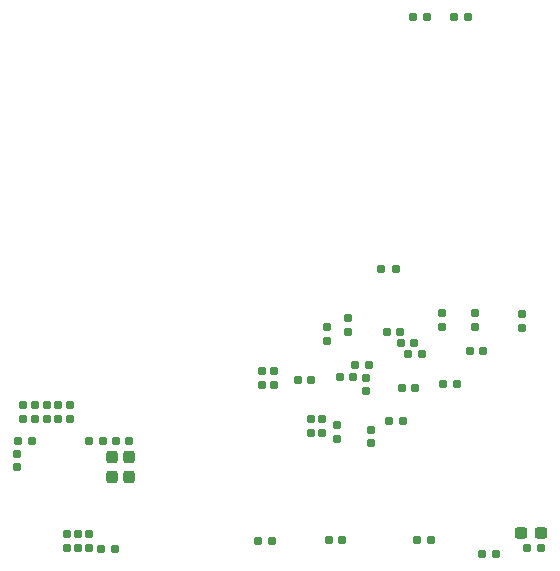
<source format=gbr>
%TF.GenerationSoftware,KiCad,Pcbnew,(6.0.2)*%
%TF.CreationDate,2023-11-17T15:53:31+01:00*%
%TF.ProjectId,CartGen4,43617274-4765-46e3-942e-6b696361645f,rev?*%
%TF.SameCoordinates,Original*%
%TF.FileFunction,Paste,Bot*%
%TF.FilePolarity,Positive*%
%FSLAX46Y46*%
G04 Gerber Fmt 4.6, Leading zero omitted, Abs format (unit mm)*
G04 Created by KiCad (PCBNEW (6.0.2)) date 2023-11-17 15:53:31*
%MOMM*%
%LPD*%
G01*
G04 APERTURE LIST*
G04 Aperture macros list*
%AMRoundRect*
0 Rectangle with rounded corners*
0 $1 Rounding radius*
0 $2 $3 $4 $5 $6 $7 $8 $9 X,Y pos of 4 corners*
0 Add a 4 corners polygon primitive as box body*
4,1,4,$2,$3,$4,$5,$6,$7,$8,$9,$2,$3,0*
0 Add four circle primitives for the rounded corners*
1,1,$1+$1,$2,$3*
1,1,$1+$1,$4,$5*
1,1,$1+$1,$6,$7*
1,1,$1+$1,$8,$9*
0 Add four rect primitives between the rounded corners*
20,1,$1+$1,$2,$3,$4,$5,0*
20,1,$1+$1,$4,$5,$6,$7,0*
20,1,$1+$1,$6,$7,$8,$9,0*
20,1,$1+$1,$8,$9,$2,$3,0*%
G04 Aperture macros list end*
%ADD10RoundRect,0.160000X-0.197500X-0.160000X0.197500X-0.160000X0.197500X0.160000X-0.197500X0.160000X0*%
%ADD11RoundRect,0.155000X-0.212500X-0.155000X0.212500X-0.155000X0.212500X0.155000X-0.212500X0.155000X0*%
%ADD12RoundRect,0.160000X-0.160000X0.197500X-0.160000X-0.197500X0.160000X-0.197500X0.160000X0.197500X0*%
%ADD13RoundRect,0.155000X-0.155000X0.212500X-0.155000X-0.212500X0.155000X-0.212500X0.155000X0.212500X0*%
%ADD14RoundRect,0.155000X0.155000X-0.212500X0.155000X0.212500X-0.155000X0.212500X-0.155000X-0.212500X0*%
%ADD15RoundRect,0.160000X0.197500X0.160000X-0.197500X0.160000X-0.197500X-0.160000X0.197500X-0.160000X0*%
%ADD16RoundRect,0.155000X0.212500X0.155000X-0.212500X0.155000X-0.212500X-0.155000X0.212500X-0.155000X0*%
%ADD17RoundRect,0.160000X0.160000X-0.197500X0.160000X0.197500X-0.160000X0.197500X-0.160000X-0.197500X0*%
%ADD18RoundRect,0.237500X0.237500X-0.300000X0.237500X0.300000X-0.237500X0.300000X-0.237500X-0.300000X0*%
%ADD19RoundRect,0.237500X-0.300000X-0.237500X0.300000X-0.237500X0.300000X0.237500X-0.300000X0.237500X0*%
G04 APERTURE END LIST*
D10*
%TO.C,R16*%
X76552500Y-43200000D03*
X77747500Y-43200000D03*
%TD*%
D11*
%TO.C,C23*%
X75482500Y-70800000D03*
X76617500Y-70800000D03*
%TD*%
D12*
%TO.C,R1*%
X49100000Y-87002500D03*
X49100000Y-88197500D03*
%TD*%
D11*
%TO.C,C42*%
X69382500Y-87500000D03*
X70517500Y-87500000D03*
%TD*%
D13*
%TO.C,C25*%
X70100000Y-77782500D03*
X70100000Y-78917500D03*
%TD*%
D11*
%TO.C,C43*%
X76882500Y-87500000D03*
X78017500Y-87500000D03*
%TD*%
D14*
%TO.C,C30*%
X71000000Y-69867500D03*
X71000000Y-68732500D03*
%TD*%
D13*
%TO.C,C17*%
X43000000Y-80182500D03*
X43000000Y-81317500D03*
%TD*%
D14*
%TO.C,C37*%
X72550000Y-74867500D03*
X72550000Y-73732500D03*
%TD*%
D15*
%TO.C,R18*%
X75047500Y-64550000D03*
X73852500Y-64550000D03*
%TD*%
D16*
%TO.C,C19*%
X67917500Y-73950000D03*
X66782500Y-73950000D03*
%TD*%
D11*
%TO.C,C32*%
X76132500Y-71750000D03*
X77267500Y-71750000D03*
%TD*%
%TO.C,C14*%
X51382500Y-79090780D03*
X52517500Y-79090780D03*
%TD*%
D17*
%TO.C,R2*%
X48150000Y-88197500D03*
X48150000Y-87002500D03*
%TD*%
D13*
%TO.C,C31*%
X67850000Y-77282500D03*
X67850000Y-78417500D03*
%TD*%
D11*
%TO.C,C45*%
X74332500Y-69850000D03*
X75467500Y-69850000D03*
%TD*%
D14*
%TO.C,C28*%
X81800000Y-69417500D03*
X81800000Y-68282500D03*
%TD*%
D11*
%TO.C,C41*%
X63432500Y-87600000D03*
X64567500Y-87600000D03*
%TD*%
D18*
%TO.C,C7*%
X51000000Y-82162500D03*
X51000000Y-80437500D03*
%TD*%
D11*
%TO.C,C38*%
X74532500Y-77450000D03*
X75667500Y-77450000D03*
%TD*%
D17*
%TO.C,R17*%
X85750000Y-69547500D03*
X85750000Y-68352500D03*
%TD*%
D19*
%TO.C,C40*%
X85637500Y-86900000D03*
X87362500Y-86900000D03*
%TD*%
D11*
%TO.C,C22*%
X70332500Y-73700000D03*
X71467500Y-73700000D03*
%TD*%
%TO.C,C26*%
X81332500Y-71450000D03*
X82467500Y-71450000D03*
%TD*%
D16*
%TO.C,C29*%
X80217500Y-74300000D03*
X79082500Y-74300000D03*
%TD*%
D14*
%TO.C,C21*%
X69250000Y-70617500D03*
X69250000Y-69482500D03*
%TD*%
D16*
%TO.C,C44*%
X83517500Y-88650000D03*
X82382500Y-88650000D03*
%TD*%
D12*
%TO.C,R5*%
X44500000Y-76052500D03*
X44500000Y-77247500D03*
%TD*%
D14*
%TO.C,C27*%
X79000000Y-69417500D03*
X79000000Y-68282500D03*
%TD*%
D11*
%TO.C,C3*%
X50132500Y-88250000D03*
X51267500Y-88250000D03*
%TD*%
D18*
%TO.C,C6*%
X52500000Y-82162500D03*
X52500000Y-80437500D03*
%TD*%
D12*
%TO.C,R9*%
X47500000Y-76052500D03*
X47500000Y-77247500D03*
%TD*%
%TO.C,R15*%
X64750000Y-73202500D03*
X64750000Y-74397500D03*
%TD*%
D13*
%TO.C,C36*%
X68850000Y-77282500D03*
X68850000Y-78417500D03*
%TD*%
D10*
%TO.C,R4*%
X49102419Y-79084052D03*
X50297419Y-79084052D03*
%TD*%
D11*
%TO.C,C33*%
X80032500Y-43200000D03*
X81167500Y-43200000D03*
%TD*%
D12*
%TO.C,R12*%
X63750000Y-73202500D03*
X63750000Y-74397500D03*
%TD*%
D13*
%TO.C,C24*%
X72950000Y-78182500D03*
X72950000Y-79317500D03*
%TD*%
D11*
%TO.C,C39*%
X75582500Y-74650000D03*
X76717500Y-74650000D03*
%TD*%
D17*
%TO.C,R10*%
X46500000Y-77247500D03*
X46500000Y-76052500D03*
%TD*%
%TO.C,R7*%
X45500000Y-77247500D03*
X45500000Y-76052500D03*
%TD*%
D16*
%TO.C,C20*%
X72767500Y-72650000D03*
X71632500Y-72650000D03*
%TD*%
D12*
%TO.C,R3*%
X47200000Y-87002500D03*
X47200000Y-88197500D03*
%TD*%
D15*
%TO.C,R19*%
X87347500Y-88150000D03*
X86152500Y-88150000D03*
%TD*%
%TO.C,R8*%
X44247500Y-79100000D03*
X43052500Y-79100000D03*
%TD*%
D17*
%TO.C,R6*%
X43500000Y-77247500D03*
X43500000Y-76052500D03*
%TD*%
M02*

</source>
